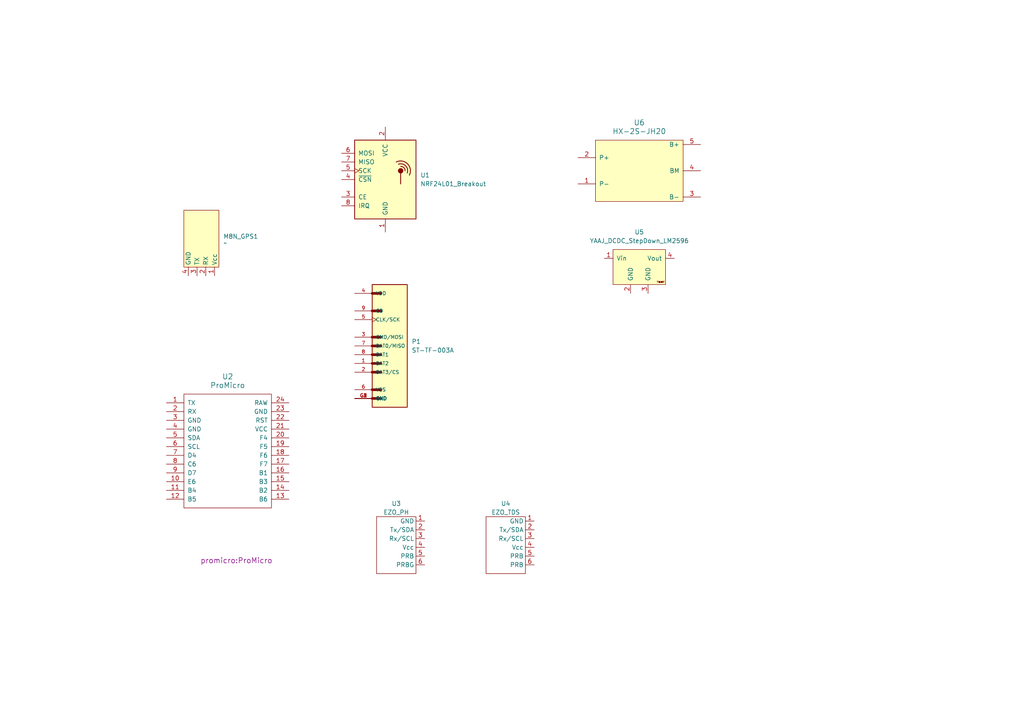
<source format=kicad_sch>
(kicad_sch (version 20231120) (generator "eeschema") (generator_version "8.0")
  (paper "A4")
  (lib_symbols
    (symbol "Custom Libraries:Ublox_Neo_M8N_GPS"
      (property "Reference" "M8N_GPS" (at 6.604 8.636 0))
      (symbol "Ublox_Neo_M8N_GPS_1_1"
        (rectangle (start 11.43 6.35) (end 1.27 -10.16) (fill (type background)))
        (pin power_in line (at 10.16 -12.7 90) (length 2.54) (name "Vcc") (number "1"))
        (pin input line (at 7.62 -12.7 90) (length 2.54) (name "RX") (number "2"))
        (pin output line (at 5.08 -12.7 90) (length 2.54) (name "TX") (number "3"))
        (pin power_out line (at 2.54 -12.7 90) (length 2.54) (name "GND") (number "4"))
      )
    )
    (symbol "EZO_PH_1"
      (property "Reference" "U4" (at -3.175 6.35 0))
      (property "Value" "EZO_TDS" (at -3.175 3.81 0))
      (symbol "EZO_PH_1_0_1"
        (rectangle (start -8.89 2.54) (end 2.54 -13.97))
      )
      (symbol "EZO_PH_1_1_1"
        (pin input line (at 5.08 1.27 180) (length 2.54) (name "GND") (number "1"))
        (pin input line (at 5.08 -1.27 180) (length 2.54) (name "Tx/SDA") (number "2"))
        (pin input line (at 5.08 -3.81 180) (length 2.54) (name "Rx/SCL") (number "3"))
        (pin input line (at 5.08 -6.35 180) (length 2.54) (name "Vcc") (number "4"))
        (pin input line (at 5.08 -8.89 180) (length 2.54) (name "PRB") (number "5"))
        (pin input line (at 5.08 -11.43 180) (length 2.54) (name "PRB") (number "6"))
      )
    )
    (symbol "EZO_custom libraries:EZO_PH"
      (property "Reference" "U3" (at -3.175 6.35 0))
      (property "Value" "EZO_PH" (at -3.175 3.81 0))
      (symbol "EZO_PH_0_1"
        (rectangle (start -8.89 2.54) (end 2.54 -13.97))
      )
      (symbol "EZO_PH_1_1"
        (pin input line (at 5.08 1.27 180) (length 2.54) (name "GND") (number "1"))
        (pin input line (at 5.08 -1.27 180) (length 2.54) (name "Tx/SDA") (number "2"))
        (pin input line (at 5.08 -3.81 180) (length 2.54) (name "Rx/SCL") (number "3"))
        (pin input line (at 5.08 -6.35 180) (length 2.54) (name "Vcc") (number "4"))
        (pin input line (at 5.08 -8.89 180) (length 2.54) (name "PRB") (number "5"))
        (pin input line (at 5.08 -11.43 180) (length 2.54) (name "PRBG") (number "6"))
      )
    )
    (symbol "RF:NRF24L01_Breakout" (pin_names (offset 1.016))
      (property "Reference" "U" (at -8.89 12.7 0))
      (property "Value" "NRF24L01_Breakout" (at 3.81 12.7 0))
      (symbol "NRF24L01_Breakout_0_1"
        (rectangle (start -8.89 11.43) (end 8.89 -11.43) (stroke (width 0.254)) (fill (type background)))
        (polyline (pts (xy 4.445 1.905) (xy 4.445 -1.27)) (stroke (width 0.254)))
        (circle (center 4.445 2.54) (radius 0.635) (stroke (width 0.254)) (fill (type outline)))
        (arc (start 5.715 2.54) (mid 5.3521 3.4546) (end 4.445 3.81) (stroke (width 0.254)))
        (arc (start 6.35 1.905) (mid 5.8763 3.9854) (end 3.81 4.445) (stroke (width 0.254)))
        (arc (start 6.985 1.27) (mid 6.453 4.548) (end 3.175 5.08) (stroke (width 0.254)))
      )
      (symbol "NRF24L01_Breakout_1_1"
        (pin power_in line (at 0 -15.24 90) (length 3.81) (name "GND") (number "1"))
        (pin power_in line (at 0 15.24 270) (length 3.81) (name "VCC") (number "2"))
        (pin input line (at -12.7 -5.08 0) (length 3.81) (name "CE") (number "3"))
        (pin input line (at -12.7 0 0) (length 3.81) (name "~{CSN}") (number "4"))
        (pin input clock (at -12.7 2.54 0) (length 3.81) (name "SCK") (number "5"))
        (pin input line (at -12.7 7.62 0) (length 3.81) (name "MOSI") (number "6"))
        (pin output line (at -12.7 5.08 0) (length 3.81) (name "MISO") (number "7"))
        (pin output line (at -12.7 -7.62 0) (length 3.81) (name "IRQ") (number "8"))
      )
    )
    (symbol "ST-TF-003A:ST-TF-003A" (pin_names (offset 1.016))
      (property "Reference" "P1" (at 11.43 1.2701 0))
      (property "Value" "ST-TF-003A" (at 11.43 -1.2699 0))
      (symbol "ST-TF-003A_0_0"
        (rectangle (start 0 -17.78) (end 10.16 17.78) (stroke (width 0.254)) (fill (type background)))
        (polyline (pts (xy 0 -15.24) (xy 2.54 -15.24)) (stroke (width 0.762)))
        (polyline (pts (xy 0 -12.7) (xy 2.54 -12.7)) (stroke (width 0.762)))
        (polyline (pts (xy 0 -7.62) (xy 2.54 -7.62)) (stroke (width 0.762)))
        (polyline (pts (xy 0 -5.08) (xy 2.54 -5.08)) (stroke (width 0.762)))
        (polyline (pts (xy 0 -2.54) (xy 2.54 -2.54)) (stroke (width 0.762)))
        (polyline (pts (xy 0 0) (xy 2.54 0)) (stroke (width 0.762)))
        (polyline (pts (xy 0 2.54) (xy 2.54 2.54)) (stroke (width 0.762)))
        (polyline (pts (xy 0 10.16) (xy 2.54 10.16)) (stroke (width 0.762)))
        (polyline (pts (xy 0 15.24) (xy 2.54 15.24)) (stroke (width 0.762)))
        (pin bidirectional line (at -5.08 -5.08 0) (length 5.08) (name "DAT2") (number "1"))
        (pin power_in line (at -5.08 15.24 0) (length 5.08) (name "VDD") (number "4"))
        (pin passive line (at -5.08 -12.7 0) (length 5.08) (name "VSS") (number "6"))
        (pin bidirectional line (at -5.08 -2.54 0) (length 5.08) (name "DAT1") (number "8"))
        (pin input line (at -5.08 10.16 0) (length 5.08) (name "CD") (number "9"))
        (pin passive line (at -5.08 -15.24 0) (length 5.08) (name "GND") (number "G2"))
        (pin passive line (at -5.08 -15.24 0) (length 5.08) (name "GND") (number "G3"))
        (pin passive line (at -5.08 -15.24 0) (length 5.08) (name "GND") (number "G4"))
      )
      (symbol "ST-TF-003A_1_0"
        (pin bidirectional line (at -5.08 -7.62 0) (length 5.08) (name "DAT3/CS") (number "2"))
        (pin bidirectional line (at -5.08 2.54 0) (length 5.08) (name "CMD/MOSI") (number "3"))
        (pin input clock (at -5.08 7.62 0) (length 5.08) (name "CLK/SCK") (number "5"))
        (pin bidirectional line (at -5.08 0 0) (length 5.08) (name "DAT0/MISO") (number "7"))
        (pin passive line (at -5.08 -15.24 0) (length 5.08) (name "GND") (number "G1"))
      )
    )
    (symbol "megasaturnv_custom_components:HX-2S-JH20" (pin_names (offset 1.016))
      (property "Reference" "U" (at 0 -1.27 0))
      (property "Value" "HX-2S-JH20" (at 0 1.27 0))
      (symbol "HX-2S-JH20_0_1"
        (rectangle (start -12.7 8.89) (end 12.7 -8.89) (fill (type background)))
      )
      (symbol "HX-2S-JH20_1_1"
        (pin power_out line (at -17.78 -3.81 0) (length 5.08) (name "P-") (number "1"))
        (pin power_in line (at -17.78 3.81 0) (length 5.08) (name "P+") (number "2"))
        (pin power_out line (at 17.78 -7.62 180) (length 5.08) (name "B-") (number "3"))
        (pin power_in line (at 17.78 0 180) (length 5.08) (name "BM") (number "4"))
        (pin power_in line (at 17.78 7.62 180) (length 5.08) (name "B+") (number "5"))
      )
    )
    (symbol "promicro:ProMicro" (pin_names (offset 1.016))
      (property "Reference" "U" (at 0 24.13 0))
      (property "Value" "ProMicro" (at 0 -13.97 0))
      (symbol "ProMicro_0_1"
        (rectangle (start -12.7 21.59) (end 12.7 -11.43))
      )
      (symbol "ProMicro_1_1"
        (pin bidirectional line (at -17.78 19.05 0) (length 5.08) (name "TX") (number "1"))
        (pin bidirectional line (at -17.78 -3.81 0) (length 5.08) (name "E6") (number "10"))
        (pin bidirectional line (at -17.78 -6.35 0) (length 5.08) (name "B4") (number "11"))
        (pin bidirectional line (at -17.78 -8.89 0) (length 5.08) (name "B5") (number "12"))
        (pin bidirectional line (at 17.78 -8.89 180) (length 5.08) (name "B6") (number "13"))
        (pin bidirectional line (at 17.78 -6.35 180) (length 5.08) (name "B2") (number "14"))
        (pin bidirectional line (at 17.78 -3.81 180) (length 5.08) (name "B3") (number "15"))
        (pin bidirectional line (at 17.78 -1.27 180) (length 5.08) (name "B1") (number "16"))
        (pin bidirectional line (at 17.78 1.27 180) (length 5.08) (name "F7") (number "17"))
        (pin bidirectional line (at 17.78 3.81 180) (length 5.08) (name "F6") (number "18"))
        (pin bidirectional line (at 17.78 6.35 180) (length 5.08) (name "F5") (number "19"))
        (pin bidirectional line (at -17.78 16.51 0) (length 5.08) (name "RX") (number "2"))
        (pin bidirectional line (at 17.78 8.89 180) (length 5.08) (name "F4") (number "20"))
        (pin power_in line (at 17.78 11.43 180) (length 5.08) (name "VCC") (number "21"))
        (pin input line (at 17.78 13.97 180) (length 5.08) (name "RST") (number "22"))
        (pin power_in line (at 17.78 16.51 180) (length 5.08) (name "GND") (number "23"))
        (pin power_out line (at 17.78 19.05 180) (length 5.08) (name "RAW") (number "24"))
        (pin power_in line (at -17.78 13.97 0) (length 5.08) (name "GND") (number "3"))
        (pin power_in line (at -17.78 11.43 0) (length 5.08) (name "GND") (number "4"))
        (pin bidirectional line (at -17.78 8.89 0) (length 5.08) (name "SDA") (number "5"))
        (pin bidirectional line (at -17.78 6.35 0) (length 5.08) (name "SCL") (number "6"))
        (pin bidirectional line (at -17.78 3.81 0) (length 5.08) (name "D4") (number "7"))
        (pin bidirectional line (at -17.78 1.27 0) (length 5.08) (name "C6") (number "8"))
        (pin bidirectional line (at -17.78 -1.27 0) (length 5.08) (name "D7") (number "9"))
      )
    )
    (symbol "yaaj_dcdc_stepdown_lm2596:YAAJ_DCDC_StepDown_LM2596" (pin_names (offset 1.016))
      (property "Reference" "U" (at -5.08 6.35 0))
      (property "Value" "YAAJ_DCDC_StepDown_LM2596" (at 0 11.43 0))
      (symbol "YAAJ_DCDC_StepDown_LM2596_0_1"
        (rectangle (start -7.62 5.08) (end 7.62 -5.08) (fill (type background)))
      )
      (symbol "YAAJ_DCDC_StepDown_LM2596_1_1"
        (text "Y@@V" (at 6.1976 -4.2672 0) (effects (font (size 0.508 0.508))))
        (pin power_in line (at -10.16 2.54 0) (length 2.54) (name "Vin") (number "1"))
        (pin power_in line (at -2.54 -7.62 90) (length 2.54) (name "GND") (number "2"))
        (pin power_in line (at 2.54 -7.62 90) (length 2.54) (name "GND") (number "3"))
        (pin power_out line (at 10.16 2.54 180) (length 2.54) (name "Vout") (number "4"))
      )
    )
  )
  (symbol (lib_id "megasaturnv_custom_components:HX-2S-JH20") (at 185.42 49.53 0) (unit 1)
    (property "Reference" "U6" (at 185.42 35.56 0) (effects (font (size 1.524 1.524))))
    (property "Value" "HX-2S-JH20" (at 185.42 38.1 0) (effects (font (size 1.524 1.524))))
    (property "Footprint" "megasaturnv_custom_components:HX-2S-JH20" (effects (hide yes)))
  )
  (symbol (lib_id "promicro:ProMicro") (at 66.04 135.89 0) (unit 1)
    (property "Reference" "U2" (at 66.04 109.22 0) (effects (font (size 1.524 1.524))))
    (property "Value" "ProMicro" (at 66.04 111.76 0) (effects (font (size 1.524 1.524))))
    (property "Footprint" "promicro:ProMicro" (at 68.58 162.56 0) (effects (font (size 1.524 1.524))))
  )
  (symbol (lib_id "EZO_custom libraries:EZO_PH") (at 118.11 152.4 0) (unit 1)
    (property "Reference" "U3" (at 114.935 146.05 0))
    (property "Value" "EZO_PH" (at 114.935 148.59 0))
    (property "Footprint" "EZO_PH:EZO_PH" (effects (hide yes)))
  )
  (symbol (lib_id "RF:NRF24L01_Breakout") (at 111.76 52.07 0) (unit 1)
    (property "Reference" "U1" (at 121.92 50.7999 0) (effects (justify left)))
    (property "Value" "NRF24L01_Breakout" (at 121.92 53.3399 0) (effects (justify left)))
    (property "Footprint" "NRF24L01+PA-LNA:NRF24L01+PA/LNA-FOOTPRINT" (effects (hide yes)))
    (property "Datasheet" "http://www.nordicsemi.com/eng/content/download/2730/34105/file/nRF24L01_Product_Specification_v2_0.pdf" (effects (hide yes)))
    (property "Description" "Ultra low power 2.4GHz RF Transceiver, Carrier PCB" (effects (hide yes)))
  )
  (symbol (lib_name "EZO_PH_1") (lib_id "EZO_custom libraries:EZO_PH") (at 149.86 152.4 0) (unit 1)
    (property "Reference" "U4" (at 146.685 146.05 0))
    (property "Value" "EZO_TDS" (at 146.685 148.59 0))
    (property "Footprint" "EZO_TDS:EZO_TDS" (effects (hide yes)))
  )
  (symbol (lib_id "ST-TF-003A:ST-TF-003A") (at 107.95 100.33 0) (unit 1)
    (property "Reference" "P1" (at 119.38 99.0599 0) (effects (justify left)))
    (property "Value" "ST-TF-003A" (at 119.38 101.5999 0) (effects (justify left)))
    (property "Footprint" "ST-TF-003A:SUNTECH_ST-TF-003A" (effects (hide yes)))
    (property "MF" "Suntech" (effects (hide yes)))
    (property "Description_1" "\nMicro SD Card Socket\n" (effects (hide yes)))
    (property "Package" "None" (effects (hide yes)))
    (property "Price" "None" (effects (hide yes)))
    (property "Check_prices" "https://www.snapeda.com/parts/ST-TF-003A/Suntech/view-part/?ref=eda" (effects (hide yes)))
    (property "SnapEDA_Link" "https://www.snapeda.com/parts/ST-TF-003A/Suntech/view-part/?ref=snap" (effects (hide yes)))
    (property "MP" "ST-TF-003A" (effects (hide yes)))
    (property "Availability" "Not in stock" (effects (hide yes)))
    (property "MANUFACTURER" "Suntech" (effects (hide yes)))
  )
  (symbol (lib_id "Custom Libraries:Ublox_Neo_M8N_GPS") (at 52.07 67.31 0) (unit 1)
    (property "Reference" "M8N_GPS1" (at 64.77 68.5799 0) (effects (justify left)))
    (property "Value" "~" (at 64.77 70.485 0) (effects (justify left)))
    (property "Footprint" "Ublox_Neo_M8N_GPS:Ublox_Neo_M8N_GPS" (effects (hide yes)))
  )
  (symbol (lib_id "yaaj_dcdc_stepdown_lm2596:YAAJ_DCDC_StepDown_LM2596") (at 185.42 77.47 0) (unit 1)
    (property "Reference" "U5" (at 185.42 67.31 0))
    (property "Value" "YAAJ_DCDC_StepDown_LM2596" (at 185.42 69.85 0))
    (property "Footprint" "LM2596:YAAJ_DCDC_StepDown_LM2596" (effects (hide yes)))
    (property "Description" "module : adjustable step down module 3.2V-40V to 1.25V-35V 3A" (effects (hide yes)))
  )
)
</source>
